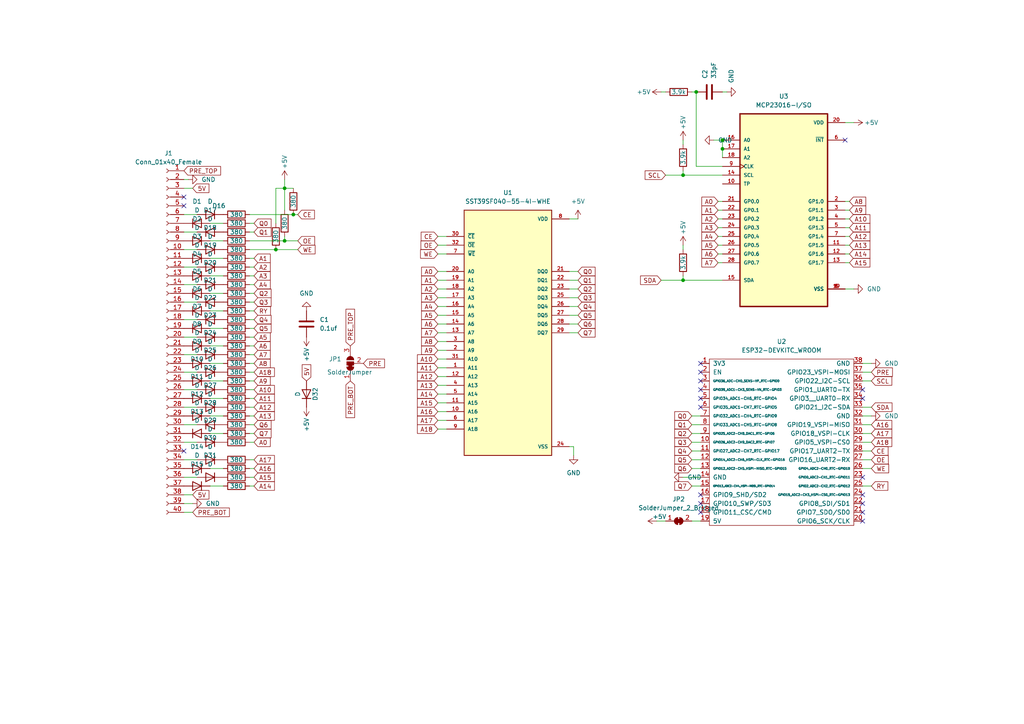
<source format=kicad_sch>
(kicad_sch (version 20211123) (generator eeschema)
  (paper "A4")
  (junction (at 85.09 62.23))
  (junction (at 198.12 50.8))
  (junction (at 198.12 81.28))
  (junction (at 82.55 69.85))
  (junction (at 201.93 26.67))
  (junction (at 209.55 43.18))
  (junction (at 82.55 54.61))
  (junction (at 80.01 72.39))
  (junction (at 209.55 40.64))
  (no_connect (at 245.11 40.64))
  (no_connect (at 250.19 148.59))
  (no_connect (at 250.19 151.13))
  (no_connect (at 250.19 113.03))
  (no_connect (at 250.19 115.57))
  (no_connect (at 203.2 146.05))
  (no_connect (at 203.2 148.59))
  (no_connect (at 203.2 143.51))
  (no_connect (at 203.2 107.95))
  (no_connect (at 203.2 105.41))
  (no_connect (at 250.19 138.43))
  (no_connect (at 250.19 146.05))
  (no_connect (at 53.34 130.81))
  (no_connect (at 250.19 143.51))
  (no_connect (at 203.2 110.49))
  (no_connect (at 203.2 113.03))
  (no_connect (at 203.2 115.57))
  (no_connect (at 203.2 118.11))
  (no_connect (at 53.34 59.69))
  (no_connect (at 53.34 57.15))
  (wire (pts (xy 72.39 62.23) (xy 85.09 62.23)))
  (wire (pts (xy 198.12 49.53) (xy 198.12 50.8)))
  (wire (pts (xy 127 119.38) (xy 129.54 119.38)))
  (wire (pts (xy 53.34 82.55) (xy 57.15 82.55)))
  (wire (pts (xy 209.55 43.18) (xy 209.55 45.72)))
  (wire (pts (xy 72.39 67.31) (xy 73.66 67.31)))
  (wire (pts (xy 72.39 69.85) (xy 82.55 69.85)))
  (wire (pts (xy 82.55 60.96) (xy 82.55 54.61)))
  (wire (pts (xy 53.34 102.87) (xy 57.15 102.87)))
  (wire (pts (xy 53.34 97.79) (xy 57.15 97.79)))
  (wire (pts (xy 72.39 64.77) (xy 73.66 64.77)))
  (wire (pts (xy 60.96 90.17) (xy 64.77 90.17)))
  (wire (pts (xy 72.39 133.35) (xy 73.66 133.35)))
  (wire (pts (xy 60.96 74.93) (xy 64.77 74.93)))
  (wire (pts (xy 53.34 67.31) (xy 57.15 67.31)))
  (wire (pts (xy 246.38 58.42) (xy 245.11 58.42)))
  (wire (pts (xy 200.66 123.19) (xy 203.2 123.19)))
  (wire (pts (xy 246.38 71.12) (xy 245.11 71.12)))
  (wire (pts (xy 191.77 26.67) (xy 193.04 26.67)))
  (wire (pts (xy 80.01 72.39) (xy 86.36 72.39)))
  (wire (pts (xy 82.55 69.85) (xy 86.36 69.85)))
  (wire (pts (xy 60.96 64.77) (xy 64.77 64.77)))
  (wire (pts (xy 127 121.92) (xy 129.54 121.92)))
  (wire (pts (xy 53.34 62.23) (xy 57.15 62.23)))
  (wire (pts (xy 200.66 120.65) (xy 203.2 120.65)))
  (wire (pts (xy 53.34 133.35) (xy 57.15 133.35)))
  (wire (pts (xy 55.88 148.59) (xy 53.34 148.59)))
  (wire (pts (xy 127 86.36) (xy 129.54 86.36)))
  (wire (pts (xy 127 99.06) (xy 129.54 99.06)))
  (wire (pts (xy 200.66 26.67) (xy 201.93 26.67)))
  (wire (pts (xy 250.19 135.89) (xy 252.73 135.89)))
  (wire (pts (xy 208.28 58.42) (xy 209.55 58.42)))
  (wire (pts (xy 200.66 140.97) (xy 203.2 140.97)))
  (wire (pts (xy 165.1 88.9) (xy 167.64 88.9)))
  (wire (pts (xy 72.39 115.57) (xy 73.66 115.57)))
  (wire (pts (xy 200.66 128.27) (xy 203.2 128.27)))
  (wire (pts (xy 165.1 78.74) (xy 167.64 78.74)))
  (wire (pts (xy 72.39 110.49) (xy 73.66 110.49)))
  (wire (pts (xy 127 91.44) (xy 129.54 91.44)))
  (wire (pts (xy 250.19 125.73) (xy 252.73 125.73)))
  (wire (pts (xy 127 93.98) (xy 129.54 93.98)))
  (wire (pts (xy 53.34 54.61) (xy 55.88 54.61)))
  (wire (pts (xy 209.55 26.67) (xy 210.82 26.67)))
  (wire (pts (xy 72.39 74.93) (xy 73.66 74.93)))
  (wire (pts (xy 246.38 63.5) (xy 245.11 63.5)))
  (wire (pts (xy 191.77 81.28) (xy 198.12 81.28)))
  (wire (pts (xy 246.38 60.96) (xy 245.11 60.96)))
  (wire (pts (xy 53.34 146.05) (xy 55.88 146.05)))
  (wire (pts (xy 53.34 143.51) (xy 55.88 143.51)))
  (wire (pts (xy 207.01 40.64) (xy 209.55 40.64)))
  (wire (pts (xy 165.1 96.52) (xy 167.64 96.52)))
  (wire (pts (xy 53.34 87.63) (xy 57.15 87.63)))
  (wire (pts (xy 246.38 68.58) (xy 245.11 68.58)))
  (wire (pts (xy 53.34 77.47) (xy 57.15 77.47)))
  (wire (pts (xy 250.19 133.35) (xy 252.73 133.35)))
  (wire (pts (xy 127 114.3) (xy 129.54 114.3)))
  (wire (pts (xy 250.19 128.27) (xy 252.73 128.27)))
  (wire (pts (xy 82.55 52.07) (xy 82.55 54.61)))
  (wire (pts (xy 250.19 120.65) (xy 252.73 120.65)))
  (wire (pts (xy 72.39 138.43) (xy 73.66 138.43)))
  (wire (pts (xy 53.34 123.19) (xy 57.15 123.19)))
  (wire (pts (xy 60.96 105.41) (xy 64.77 105.41)))
  (wire (pts (xy 165.1 81.28) (xy 167.64 81.28)))
  (wire (pts (xy 60.96 135.89) (xy 64.77 135.89)))
  (wire (pts (xy 190.5 151.13) (xy 193.04 151.13)))
  (wire (pts (xy 72.39 105.41) (xy 73.66 105.41)))
  (wire (pts (xy 72.39 140.97) (xy 73.66 140.97)))
  (wire (pts (xy 60.96 115.57) (xy 64.77 115.57)))
  (wire (pts (xy 72.39 95.25) (xy 73.66 95.25)))
  (wire (pts (xy 165.1 91.44) (xy 167.64 91.44)))
  (wire (pts (xy 53.34 52.07) (xy 54.61 52.07)))
  (wire (pts (xy 245.11 83.82) (xy 247.65 83.82)))
  (wire (pts (xy 127 68.58) (xy 129.54 68.58)))
  (wire (pts (xy 208.28 60.96) (xy 209.55 60.96)))
  (wire (pts (xy 246.38 66.04) (xy 245.11 66.04)))
  (wire (pts (xy 53.34 128.27) (xy 57.15 128.27)))
  (wire (pts (xy 208.28 63.5) (xy 209.55 63.5)))
  (wire (pts (xy 250.19 130.81) (xy 252.73 130.81)))
  (wire (pts (xy 60.96 80.01) (xy 64.77 80.01)))
  (wire (pts (xy 198.12 41.91) (xy 198.12 40.64)))
  (wire (pts (xy 127 109.22) (xy 129.54 109.22)))
  (wire (pts (xy 198.12 80.01) (xy 198.12 81.28)))
  (wire (pts (xy 200.66 151.13) (xy 203.2 151.13)))
  (wire (pts (xy 72.39 82.55) (xy 73.66 82.55)))
  (wire (pts (xy 198.12 81.28) (xy 209.55 81.28)))
  (wire (pts (xy 60.96 125.73) (xy 64.77 125.73)))
  (wire (pts (xy 198.12 50.8) (xy 209.55 50.8)))
  (wire (pts (xy 165.1 86.36) (xy 167.64 86.36)))
  (wire (pts (xy 72.39 123.19) (xy 73.66 123.19)))
  (wire (pts (xy 72.39 92.71) (xy 73.66 92.71)))
  (wire (pts (xy 245.11 35.56) (xy 247.65 35.56)))
  (wire (pts (xy 72.39 80.01) (xy 73.66 80.01)))
  (wire (pts (xy 127 78.74) (xy 129.54 78.74)))
  (wire (pts (xy 72.39 118.11) (xy 73.66 118.11)))
  (wire (pts (xy 72.39 102.87) (xy 73.66 102.87)))
  (wire (pts (xy 246.38 76.2) (xy 245.11 76.2)))
  (wire (pts (xy 127 96.52) (xy 129.54 96.52)))
  (wire (pts (xy 246.38 73.66) (xy 245.11 73.66)))
  (wire (pts (xy 208.28 68.58) (xy 209.55 68.58)))
  (wire (pts (xy 208.28 73.66) (xy 209.55 73.66)))
  (wire (pts (xy 165.1 83.82) (xy 167.64 83.82)))
  (wire (pts (xy 72.39 72.39) (xy 80.01 72.39)))
  (wire (pts (xy 72.39 77.47) (xy 73.66 77.47)))
  (wire (pts (xy 165.1 93.98) (xy 167.64 93.98)))
  (wire (pts (xy 250.19 105.41) (xy 252.73 105.41)))
  (wire (pts (xy 72.39 85.09) (xy 73.66 85.09)))
  (wire (pts (xy 165.1 63.5) (xy 167.64 63.5)))
  (wire (pts (xy 72.39 120.65) (xy 73.66 120.65)))
  (wire (pts (xy 250.19 110.49) (xy 252.73 110.49)))
  (wire (pts (xy 201.93 48.26) (xy 209.55 48.26)))
  (wire (pts (xy 72.39 100.33) (xy 73.66 100.33)))
  (wire (pts (xy 72.39 128.27) (xy 73.66 128.27)))
  (wire (pts (xy 127 83.82) (xy 129.54 83.82)))
  (wire (pts (xy 60.96 120.65) (xy 64.77 120.65)))
  (wire (pts (xy 200.66 125.73) (xy 203.2 125.73)))
  (wire (pts (xy 80.01 64.77) (xy 80.01 54.61)))
  (wire (pts (xy 85.09 62.23) (xy 86.36 62.23)))
  (wire (pts (xy 60.96 69.85) (xy 64.77 69.85)))
  (wire (pts (xy 208.28 66.04) (xy 209.55 66.04)))
  (wire (pts (xy 127 101.6) (xy 129.54 101.6)))
  (wire (pts (xy 208.28 71.12) (xy 209.55 71.12)))
  (wire (pts (xy 53.34 113.03) (xy 57.15 113.03)))
  (wire (pts (xy 201.93 26.67) (xy 201.93 48.26)))
  (wire (pts (xy 250.19 140.97) (xy 252.73 140.97)))
  (wire (pts (xy 60.96 95.25) (xy 64.77 95.25)))
  (wire (pts (xy 60.96 110.49) (xy 64.77 110.49)))
  (wire (pts (xy 127 106.68) (xy 129.54 106.68)))
  (wire (pts (xy 127 111.76) (xy 129.54 111.76)))
  (wire (pts (xy 198.12 138.43) (xy 203.2 138.43)))
  (wire (pts (xy 127 104.14) (xy 129.54 104.14)))
  (wire (pts (xy 72.39 90.17) (xy 73.66 90.17)))
  (wire (pts (xy 198.12 71.12) (xy 198.12 72.39)))
  (wire (pts (xy 60.96 140.97) (xy 64.77 140.97)))
  (wire (pts (xy 200.66 135.89) (xy 203.2 135.89)))
  (wire (pts (xy 53.34 72.39) (xy 57.15 72.39)))
  (wire (pts (xy 72.39 113.03) (xy 73.66 113.03)))
  (wire (pts (xy 60.96 85.09) (xy 64.77 85.09)))
  (wire (pts (xy 166.37 129.54) (xy 165.1 129.54)))
  (wire (pts (xy 200.66 133.35) (xy 203.2 133.35)))
  (wire (pts (xy 80.01 54.61) (xy 82.55 54.61)))
  (wire (pts (xy 82.55 54.61) (xy 85.09 54.61)))
  (wire (pts (xy 127 124.46) (xy 129.54 124.46)))
  (wire (pts (xy 72.39 97.79) (xy 73.66 97.79)))
  (wire (pts (xy 200.66 130.81) (xy 203.2 130.81)))
  (wire (pts (xy 72.39 87.63) (xy 73.66 87.63)))
  (wire (pts (xy 72.39 135.89) (xy 73.66 135.89)))
  (wire (pts (xy 53.34 138.43) (xy 57.15 138.43)))
  (wire (pts (xy 193.04 50.8) (xy 198.12 50.8)))
  (wire (pts (xy 209.55 40.64) (xy 209.55 43.18)))
  (wire (pts (xy 127 71.12) (xy 129.54 71.12)))
  (wire (pts (xy 82.55 68.58) (xy 82.55 69.85)))
  (wire (pts (xy 250.19 123.19) (xy 252.73 123.19)))
  (wire (pts (xy 53.34 92.71) (xy 57.15 92.71)))
  (wire (pts (xy 127 116.84) (xy 129.54 116.84)))
  (wire (pts (xy 208.28 76.2) (xy 209.55 76.2)))
  (wire (pts (xy 250.19 107.95) (xy 252.73 107.95)))
  (wire (pts (xy 53.34 107.95) (xy 57.15 107.95)))
  (wire (pts (xy 127 73.66) (xy 129.54 73.66)))
  (wire (pts (xy 127 88.9) (xy 129.54 88.9)))
  (wire (pts (xy 72.39 107.95) (xy 73.66 107.95)))
  (wire (pts (xy 127 81.28) (xy 129.54 81.28)))
  (wire (pts (xy 166.37 132.08) (xy 166.37 129.54)))
  (wire (pts (xy 60.96 100.33) (xy 64.77 100.33)))
  (wire (pts (xy 53.34 118.11) (xy 57.15 118.11)))
  (wire (pts (xy 250.19 118.11) (xy 252.73 118.11)))
  (wire (pts (xy 72.39 125.73) (xy 73.66 125.73)))
  (global_label "A6" (shape input) (at 127 93.98 180) (property "Intersheet References" "${INTERSHEET_REFS}" (effects hide)))
  (global_label "Q5" (shape input) (at 167.64 91.44 0) (property "Intersheet References" "${INTERSHEET_REFS}" (effects hide)))
  (global_label "A9" (shape input) (at 246.38 60.96 0) (property "Intersheet References" "${INTERSHEET_REFS}" (effects hide)))
  (global_label "Q6" (shape input) (at 200.66 135.89 180) (property "Intersheet References" "${INTERSHEET_REFS}" (effects hide)))
  (global_label "Q5" (shape input) (at 200.66 133.35 180) (property "Intersheet References" "${INTERSHEET_REFS}" (effects hide)))
  (global_label "A5" (shape input) (at 73.66 97.79 0) (property "Intersheet References" "${INTERSHEET_REFS}" (effects hide)))
  (global_label "Q4" (shape input) (at 73.66 92.71 0) (property "Intersheet References" "${INTERSHEET_REFS}" (effects hide)))
  (global_label "A14" (shape input) (at 246.38 73.66 0) (property "Intersheet References" "${INTERSHEET_REFS}" (effects hide)))
  (global_label "A7" (shape input) (at 73.66 102.87 0) (property "Intersheet References" "${INTERSHEET_REFS}" (effects hide)))
  (global_label "A6" (shape input) (at 208.28 73.66 180) (property "Intersheet References" "${INTERSHEET_REFS}" (effects hide)))
  (global_label "Q0" (shape input) (at 73.66 64.77 0) (property "Intersheet References" "${INTERSHEET_REFS}" (effects hide)))
  (global_label "A18" (shape input) (at 252.73 128.27 0) (property "Intersheet References" "${INTERSHEET_REFS}" (effects hide)))
  (global_label "A12" (shape input) (at 73.66 118.11 0) (property "Intersheet References" "${INTERSHEET_REFS}" (effects hide)))
  (global_label "A1" (shape input) (at 208.28 60.96 180) (property "Intersheet References" "${INTERSHEET_REFS}" (effects hide)))
  (global_label "Q6" (shape input) (at 73.66 123.19 0) (property "Intersheet References" "${INTERSHEET_REFS}" (effects hide)))
  (global_label "PRE" (shape input) (at 252.73 107.95 0) (property "Intersheet References" "${INTERSHEET_REFS}" (effects hide)))
  (global_label "A8" (shape input) (at 246.38 58.42 0) (property "Intersheet References" "${INTERSHEET_REFS}" (effects hide)))
  (global_label "PRE_TOP" (shape input) (at 101.6 100.33 90) (property "Intersheet References" "${INTERSHEET_REFS}" (effects hide)))
  (global_label "CE" (shape input) (at 252.73 130.81 0) (property "Intersheet References" "${INTERSHEET_REFS}" (effects hide)))
  (global_label "PRE_BOT" (shape input) (at 55.88 148.59 0) (property "Intersheet References" "${INTERSHEET_REFS}" (effects hide)))
  (global_label "Q7" (shape input) (at 200.66 140.97 180) (property "Intersheet References" "${INTERSHEET_REFS}" (effects hide)))
  (global_label "A5" (shape input) (at 208.28 71.12 180) (property "Intersheet References" "${INTERSHEET_REFS}" (effects hide)))
  (global_label "A16" (shape input) (at 252.73 123.19 0) (property "Intersheet References" "${INTERSHEET_REFS}" (effects hide)))
  (global_label "RY" (shape input) (at 73.66 90.17 0) (property "Intersheet References" "${INTERSHEET_REFS}" (effects hide)))
  (global_label "A17" (shape input) (at 127 121.92 180) (property "Intersheet References" "${INTERSHEET_REFS}" (effects hide)))
  (global_label "A1" (shape input) (at 127 81.28 180) (property "Intersheet References" "${INTERSHEET_REFS}" (effects hide)))
  (global_label "A0" (shape input) (at 127 78.74 180) (property "Intersheet References" "${INTERSHEET_REFS}" (effects hide)))
  (global_label "Q6" (shape input) (at 167.64 93.98 0) (property "Intersheet References" "${INTERSHEET_REFS}" (effects hide)))
  (global_label "OE" (shape input) (at 86.36 69.85 0) (property "Intersheet References" "${INTERSHEET_REFS}" (effects hide)))
  (global_label "A12" (shape input) (at 127 109.22 180) (property "Intersheet References" "${INTERSHEET_REFS}" (effects hide)))
  (global_label "A11" (shape input) (at 246.38 66.04 0) (property "Intersheet References" "${INTERSHEET_REFS}" (effects hide)))
  (global_label "A10" (shape input) (at 73.66 113.03 0) (property "Intersheet References" "${INTERSHEET_REFS}" (effects hide)))
  (global_label "Q0" (shape input) (at 167.64 78.74 0) (property "Intersheet References" "${INTERSHEET_REFS}" (effects hide)))
  (global_label "A13" (shape input) (at 246.38 71.12 0) (property "Intersheet References" "${INTERSHEET_REFS}" (effects hide)))
  (global_label "Q4" (shape input) (at 167.64 88.9 0) (property "Intersheet References" "${INTERSHEET_REFS}" (effects hide)))
  (global_label "Q7" (shape input) (at 167.64 96.52 0) (property "Intersheet References" "${INTERSHEET_REFS}" (effects hide)))
  (global_label "A4" (shape input) (at 208.28 68.58 180) (property "Intersheet References" "${INTERSHEET_REFS}" (effects hide)))
  (global_label "A10" (shape input) (at 246.38 63.5 0) (property "Intersheet References" "${INTERSHEET_REFS}" (effects hide)))
  (global_label "Q1" (shape input) (at 73.66 67.31 0) (property "Intersheet References" "${INTERSHEET_REFS}" (effects hide)))
  (global_label "PRE_BOT" (shape input) (at 101.6 110.49 270) (property "Intersheet References" "${INTERSHEET_REFS}" (effects hide)))
  (global_label "Q1" (shape input) (at 200.66 123.19 180) (property "Intersheet References" "${INTERSHEET_REFS}" (effects hide)))
  (global_label "Q7" (shape input) (at 73.66 125.73 0) (property "Intersheet References" "${INTERSHEET_REFS}" (effects hide)))
  (global_label "Q3" (shape input) (at 200.66 128.27 180) (property "Intersheet References" "${INTERSHEET_REFS}" (effects hide)))
  (global_label "A0" (shape input) (at 73.66 128.27 0) (property "Intersheet References" "${INTERSHEET_REFS}" (effects hide)))
  (global_label "SDA" (shape input) (at 191.77 81.28 180) (property "Intersheet References" "${INTERSHEET_REFS}" (effects hide)))
  (global_label "WE" (shape input) (at 252.73 135.89 0) (property "Intersheet References" "${INTERSHEET_REFS}" (effects hide)))
  (global_label "SCL" (shape input) (at 193.04 50.8 180) (property "Intersheet References" "${INTERSHEET_REFS}" (effects hide)))
  (global_label "WE" (shape input) (at 127 73.66 180) (property "Intersheet References" "${INTERSHEET_REFS}" (effects hide)))
  (global_label "A15" (shape input) (at 246.38 76.2 0) (property "Intersheet References" "${INTERSHEET_REFS}" (effects hide)))
  (global_label "A3" (shape input) (at 127 86.36 180) (property "Intersheet References" "${INTERSHEET_REFS}" (effects hide)))
  (global_label "A4" (shape input) (at 73.66 82.55 0) (property "Intersheet References" "${INTERSHEET_REFS}" (effects hide)))
  (global_label "A9" (shape input) (at 73.66 110.49 0) (property "Intersheet References" "${INTERSHEET_REFS}" (effects hide)))
  (global_label "A4" (shape input) (at 127 88.9 180) (property "Intersheet References" "${INTERSHEET_REFS}" (effects hide)))
  (global_label "A11" (shape input) (at 127 106.68 180) (property "Intersheet References" "${INTERSHEET_REFS}" (effects hide)))
  (global_label "Q2" (shape input) (at 200.66 125.73 180) (property "Intersheet References" "${INTERSHEET_REFS}" (effects hide)))
  (global_label "A15" (shape input) (at 127 116.84 180) (property "Intersheet References" "${INTERSHEET_REFS}" (effects hide)))
  (global_label "Q3" (shape input) (at 73.66 87.63 0) (property "Intersheet References" "${INTERSHEET_REFS}" (effects hide)))
  (global_label "PRE_TOP" (shape input) (at 53.34 49.53 0) (property "Intersheet References" "${INTERSHEET_REFS}" (effects hide)))
  (global_label "A7" (shape input) (at 208.28 76.2 180) (property "Intersheet References" "${INTERSHEET_REFS}" (effects hide)))
  (global_label "A17" (shape input) (at 252.73 125.73 0) (property "Intersheet References" "${INTERSHEET_REFS}" (effects hide)))
  (global_label "A18" (shape input) (at 73.66 107.95 0) (property "Intersheet References" "${INTERSHEET_REFS}" (effects hide)))
  (global_label "RY" (shape input) (at 252.73 140.97 0) (property "Intersheet References" "${INTERSHEET_REFS}" (effects hide)))
  (global_label "A13" (shape input) (at 73.66 120.65 0) (property "Intersheet References" "${INTERSHEET_REFS}" (effects hide)))
  (global_label "Q5" (shape input) (at 73.66 95.25 0) (property "Intersheet References" "${INTERSHEET_REFS}" (effects hide)))
  (global_label "A0" (shape input) (at 208.28 58.42 180) (property "Intersheet References" "${INTERSHEET_REFS}" (effects hide)))
  (global_label "A2" (shape input) (at 73.66 77.47 0) (property "Intersheet References" "${INTERSHEET_REFS}" (effects hide)))
  (global_label "CE" (shape input) (at 127 68.58 180) (property "Intersheet References" "${INTERSHEET_REFS}" (effects hide)))
  (global_label "WE" (shape input) (at 86.36 72.39 0) (property "Intersheet References" "${INTERSHEET_REFS}" (effects hide)))
  (global_label "Q4" (shape input) (at 200.66 130.81 180) (property "Intersheet References" "${INTERSHEET_REFS}" (effects hide)))
  (global_label "Q2" (shape input) (at 167.64 83.82 0) (property "Intersheet References" "${INTERSHEET_REFS}" (effects hide)))
  (global_label "A1" (shape input) (at 73.66 74.93 0) (property "Intersheet References" "${INTERSHEET_REFS}" (effects hide)))
  (global_label "A18" (shape input) (at 127 124.46 180) (property "Intersheet References" "${INTERSHEET_REFS}" (effects hide)))
  (global_label "A2" (shape input) (at 208.28 63.5 180) (property "Intersheet References" "${INTERSHEET_REFS}" (effects hide)))
  (global_label "A8" (shape input) (at 127 99.06 180) (property "Intersheet References" "${INTERSHEET_REFS}" (effects hide)))
  (global_label "A17" (shape input) (at 73.66 133.35 0) (property "Intersheet References" "${INTERSHEET_REFS}" (effects hide)))
  (global_label "OE" (shape input) (at 127 71.12 180) (property "Intersheet References" "${INTERSHEET_REFS}" (effects hide)))
  (global_label "SDA" (shape input) (at 252.73 118.11 0) (property "Intersheet References" "${INTERSHEET_REFS}" (effects hide)))
  (global_label "A3" (shape input) (at 73.66 80.01 0) (property "Intersheet References" "${INTERSHEET_REFS}" (effects hide)))
  (global_label "OE" (shape input) (at 252.73 133.35 0) (property "Intersheet References" "${INTERSHEET_REFS}" (effects hide)))
  (global_label "Q2" (shape input) (at 73.66 85.09 0) (property "Intersheet References" "${INTERSHEET_REFS}" (effects hide)))
  (global_label "A6" (shape input) (at 73.66 100.33 0) (property "Intersheet References" "${INTERSHEET_REFS}" (effects hide)))
  (global_label "A10" (shape input) (at 127 104.14 180) (property "Intersheet References" "${INTERSHEET_REFS}" (effects hide)))
  (global_label "5V" (shape input) (at 55.88 54.61 0) (property "Intersheet References" "${INTERSHEET_REFS}" (effects hide)))
  (global_label "Q1" (shape input) (at 167.64 81.28 0) (property "Intersheet References" "${INTERSHEET_REFS}" (effects hide)))
  (global_label "A2" (shape input) (at 127 83.82 180) (property "Intersheet References" "${INTERSHEET_REFS}" (effects hide)))
  (global_label "A12" (shape input) (at 246.38 68.58 0) (property "Intersheet References" "${INTERSHEET_REFS}" (effects hide)))
  (global_label "A16" (shape input) (at 73.66 135.89 0) (property "Intersheet References" "${INTERSHEET_REFS}" (effects hide)))
  (global_label "5V" (shape input) (at 55.88 143.51 0) (property "Intersheet References" "${INTERSHEET_REFS}" (effects hide)))
  (global_label "A14" (shape input) (at 73.66 140.97 0) (property "Intersheet References" "${INTERSHEET_REFS}" (effects hide)))
  (global_label "A16" (shape input) (at 127 119.38 180) (property "Intersheet References" "${INTERSHEET_REFS}" (effects hide)))
  (global_label "Q0" (shape input) (at 200.66 120.65 180) (property "Intersheet References" "${INTERSHEET_REFS}" (effects hide)))
  (global_label "A7" (shape input) (at 127 96.52 180) (property "Intersheet References" "${INTERSHEET_REFS}" (effects hide)))
  (global_label "A11" (shape input) (at 73.66 115.57 0) (property "Intersheet References" "${INTERSHEET_REFS}" (effects hide)))
  (global_label "A14" (shape input) (at 127 114.3 180) (property "Intersheet References" "${INTERSHEET_REFS}" (effects hide)))
  (global_label "PRE" (shape input) (at 105.41 105.41 0) (property "Intersheet References" "${INTERSHEET_REFS}" (effects hide)))
  (global_label "A8" (shape input) (at 73.66 105.41 0) (property "Intersheet References" "${INTERSHEET_REFS}" (effects hide)))
  (global_label "SCL" (shape input) (at 252.73 110.49 0) (property "Intersheet References" "${INTERSHEET_REFS}" (effects hide)))
  (global_label "Q3" (shape input) (at 167.64 86.36 0) (property "Intersheet References" "${INTERSHEET_REFS}" (effects hide)))
  (global_label "5V" (shape input) (at 88.9 110.49 90) (property "Intersheet References" "${INTERSHEET_REFS}" (effects hide)))
  (global_label "CE" (shape input) (at 86.36 62.23 0) (property "Intersheet References" "${INTERSHEET_REFS}" (effects hide)))
  (global_label "A15" (shape input) (at 73.66 138.43 0) (property "Intersheet References" "${INTERSHEET_REFS}" (effects hide)))
  (global_label "A9" (shape input) (at 127 101.6 180) (property "Intersheet References" "${INTERSHEET_REFS}" (effects hide)))
  (global_label "A13" (shape input) (at 127 111.76 180) (property "Intersheet References" "${INTERSHEET_REFS}" (effects hide)))
  (global_label "A5" (shape input) (at 127 91.44 180) (property "Intersheet References" "${INTERSHEET_REFS}" (effects hide)))
  (global_label "A3" (shape input) (at 208.28 66.04 180) (property "Intersheet References" "${INTERSHEET_REFS}" (effects hide)))
  (symbol (lib_id "Device:D") (at 60.96 123.19 0) (unit 1)
    (property "Reference" "D28" (at 60.96 116.84 0))
    (property "Value" "D" (at 60.96 119.38 0))
    (property "Footprint" "Diode_SMD:D_SOD-323_HandSoldering" (effects hide))
  )
  (symbol (lib_id "Device:D") (at 60.96 133.35 180) (unit 1)
    (property "Reference" "D30" (at 60.96 127 0))
    (property "Value" "D" (at 60.96 129.54 0))
    (property "Footprint" "Diode_SMD:D_SOD-323_HandSoldering" (effects hide))
  )
  (symbol (lib_id "Device:R") (at 68.58 110.49 90) (mirror x) (unit 1)
    (property "Reference" "R20" (effects hide))
    (property "Value" "380" (at 68.58 110.49 90))
    (property "Footprint" "Resistor_SMD:R_0603_1608Metric_Pad0.98x0.95mm_HandSolder" (effects hide))
  )
  (symbol (lib_id "Device:D") (at 60.96 87.63 0) (unit 1)
    (property "Reference" "D21" (at 60.96 81.28 0))
    (property "Value" "D" (at 60.96 83.82 0))
    (property "Footprint" "Diode_SMD:D_SOD-323_HandSoldering" (effects hide))
  )
  (symbol (lib_name "R_2") (lib_id "Device:R") (at 198.12 76.2 0) (mirror x) (unit 1)
    (property "Reference" "R37" (effects hide))
    (property "Value" "3.9k" (at 198.12 76.2 90))
    (property "Footprint" "Resistor_SMD:R_0603_1608Metric_Pad0.98x0.95mm_HandSolder" (effects hide))
  )
  (symbol (lib_id "Device:D") (at 60.96 118.11 180) (unit 1)
    (property "Reference" "D27" (at 60.96 111.76 0))
    (property "Value" "D" (at 60.96 114.3 0))
    (property "Footprint" "Diode_SMD:D_SOD-323_HandSoldering" (effects hide))
  )
  (symbol (lib_id "Device:R") (at 68.58 92.71 90) (mirror x) (unit 1)
    (property "Reference" "R13" (effects hide))
    (property "Value" "380" (at 68.58 92.71 90))
    (property "Footprint" "Resistor_SMD:R_0603_1608Metric_Pad0.98x0.95mm_HandSolder" (effects hide))
  )
  (symbol (lib_id "Device:D") (at 57.15 100.33 180) (unit 1)
    (property "Reference" "D8" (at 57.15 93.98 0))
    (property "Value" "D" (at 57.15 96.52 0))
    (property "Footprint" "Diode_SMD:D_SOD-323_HandSoldering" (effects hide))
  )
  (symbol (lib_id "Device:D") (at 60.96 102.87 180) (unit 1)
    (property "Reference" "D24" (at 60.96 96.52 0))
    (property "Value" "D" (at 60.96 99.06 0))
    (property "Footprint" "Diode_SMD:D_SOD-323_HandSoldering" (effects hide))
  )
  (symbol (lib_id "Device:D") (at 60.96 97.79 180) (unit 1)
    (property "Reference" "D23" (at 60.96 91.44 0))
    (property "Value" "D" (at 60.96 93.98 0))
    (property "Footprint" "Diode_SMD:D_SOD-323_HandSoldering" (effects hide))
  )
  (symbol (lib_id "Device:R") (at 68.58 77.47 90) (mirror x) (unit 1)
    (property "Reference" "R7" (effects hide))
    (property "Value" "380" (at 68.58 77.47 90))
    (property "Footprint" "Resistor_SMD:R_0603_1608Metric_Pad0.98x0.95mm_HandSolder" (effects hide))
  )
  (symbol (lib_id "Device:R") (at 68.58 90.17 90) (mirror x) (unit 1)
    (property "Reference" "R12" (effects hide))
    (property "Value" "380" (at 68.58 90.17 90))
    (property "Footprint" "Resistor_SMD:R_0603_1608Metric_Pad0.98x0.95mm_HandSolder" (effects hide))
  )
  (symbol (lib_id "Device:D") (at 57.15 125.73 0) (unit 1)
    (property "Reference" "D13" (at 57.15 119.38 0))
    (property "Value" "D" (at 57.15 121.92 0))
    (property "Footprint" "Diode_SMD:D_SOD-323_HandSoldering" (effects hide))
  )
  (symbol (lib_name "R_2") (lib_id "Device:R") (at 196.85 26.67 270) (mirror x) (unit 1)
    (property "Reference" "R35" (effects hide))
    (property "Value" "3.9k" (at 196.85 26.67 90))
    (property "Footprint" "Resistor_SMD:R_0603_1608Metric_Pad0.98x0.95mm_HandSolder" (effects hide))
  )
  (symbol (lib_id "power:GND") (at 54.61 52.07 90) (unit 1)
    (property "Reference" "#PWR0107" (effects hide))
    (property "Value" "GND" (at 58.42 52.0699 90) (effects (justify right)))
  )
  (symbol (lib_id "Device:R") (at 82.55 64.77 0) (mirror x) (unit 1)
    (property "Reference" "R33" (effects hide))
    (property "Value" "380" (at 82.55 64.77 90))
    (property "Footprint" "Resistor_SMD:R_0603_1608Metric_Pad0.98x0.95mm_HandSolder" (effects hide))
  )
  (symbol (lib_id "power:+5V") (at 88.9 97.79 180) (unit 1)
    (property "Reference" "#PWR0111" (effects hide))
    (property "Value" "+5V" (at 88.9 102.87 90))
  )
  (symbol (lib_id "Jumper:SolderJumper_2_Bridged") (at 196.85 151.13 0) (unit 1)
    (property "Reference" "JP2" (at 196.85 144.78 0))
    (property "Value" "SolderJumper_2_Bridged" (at 196.85 147.32 0))
    (property "Footprint" "Jumper:SolderJumper-2_P1.3mm_Bridged_RoundedPad1.0x1.5mm" (effects hide))
  )
  (symbol (lib_id "Device:R") (at 68.58 115.57 90) (mirror x) (unit 1)
    (property "Reference" "R22" (effects hide))
    (property "Value" "380" (at 68.58 115.57 90))
    (property "Footprint" "Resistor_SMD:R_0603_1608Metric_Pad0.98x0.95mm_HandSolder" (effects hide))
  )
  (symbol (lib_id "Device:D") (at 57.15 105.41 180) (unit 1)
    (property "Reference" "D9" (at 57.15 99.06 0))
    (property "Value" "D" (at 57.15 101.6 0))
    (property "Footprint" "Diode_SMD:D_SOD-323_HandSoldering" (effects hide))
  )
  (symbol (lib_id "Device:R") (at 68.58 107.95 90) (mirror x) (unit 1)
    (property "Reference" "R19" (effects hide))
    (property "Value" "380" (at 68.58 107.95 90))
    (property "Footprint" "Resistor_SMD:R_0603_1608Metric_Pad0.98x0.95mm_HandSolder" (effects hide))
  )
  (symbol (lib_id "power:+5V") (at 82.55 52.07 0) (unit 1)
    (property "Reference" "#PWR0113" (effects hide))
    (property "Value" "+5V" (at 82.55 46.99 90))
  )
  (symbol (lib_id "Device:D") (at 57.15 135.89 180) (unit 1)
    (property "Reference" "D14" (at 57.15 129.54 0))
    (property "Value" "D" (at 57.15 132.08 0))
    (property "Footprint" "Diode_SMD:D_SOD-323_HandSoldering" (effects hide))
  )
  (symbol (lib_id "Device:R") (at 68.58 97.79 90) (mirror x) (unit 1)
    (property "Reference" "R15" (effects hide))
    (property "Value" "380" (at 68.58 97.79 90))
    (property "Footprint" "Resistor_SMD:R_0603_1608Metric_Pad0.98x0.95mm_HandSolder" (effects hide))
  )
  (symbol (lib_id "Device:D") (at 60.96 77.47 180) (unit 1)
    (property "Reference" "D19" (at 60.96 71.12 0))
    (property "Value" "D" (at 60.96 73.66 0))
    (property "Footprint" "Diode_SMD:D_SOD-323_HandSoldering" (effects hide))
  )
  (symbol (lib_id "Device:D") (at 60.96 82.55 180) (unit 1)
    (property "Reference" "D20" (at 60.96 76.2 0))
    (property "Value" "D" (at 60.96 78.74 0))
    (property "Footprint" "Diode_SMD:D_SOD-323_HandSoldering" (effects hide))
  )
  (symbol (lib_id "Device:R") (at 68.58 138.43 90) (mirror x) (unit 1)
    (property "Reference" "R30" (effects hide))
    (property "Value" "380" (at 68.58 138.43 90))
    (property "Footprint" "Resistor_SMD:R_0603_1608Metric_Pad0.98x0.95mm_HandSolder" (effects hide))
  )
  (symbol (lib_id "Device:D") (at 57.15 80.01 180) (unit 1)
    (property "Reference" "D4" (at 57.15 73.66 0))
    (property "Value" "D" (at 57.15 76.2 0))
    (property "Footprint" "Diode_SMD:D_SOD-323_HandSoldering" (effects hide))
  )
  (symbol (lib_id "Device:D") (at 57.15 110.49 180) (unit 1)
    (property "Reference" "D10" (at 57.15 104.14 0))
    (property "Value" "D" (at 57.15 106.68 0))
    (property "Footprint" "Diode_SMD:D_SOD-323_HandSoldering" (effects hide))
  )
  (symbol (lib_id "power:GND") (at 55.88 146.05 90) (unit 1)
    (property "Reference" "#PWR0105" (effects hide))
    (property "Value" "GND" (at 59.69 146.0499 90) (effects (justify right)))
  )
  (symbol (lib_id "Device:D") (at 60.96 138.43 180) (unit 1)
    (property "Reference" "D31" (at 60.96 132.08 0))
    (property "Value" "D" (at 60.96 134.62 0))
    (property "Footprint" "Diode_SMD:D_SOD-323_HandSoldering" (effects hide))
  )
  (symbol (lib_id "Jumper:SolderJumper_3_Bridged12") (at 101.6 105.41 90) (unit 1)
    (property "Reference" "JP1" (at 99.06 104.1399 90) (effects (justify left)))
    (property "Value" "SolderJumper" (at 107.95 107.95 90) (effects (justify left)))
    (property "Footprint" "Jumper:SolderJumper-3_P1.3mm_Bridged12_Pad1.0x1.5mm" (effects hide))
  )
  (symbol (lib_id "power:GND") (at 247.65 83.82 90) (unit 1)
    (property "Reference" "#PWR0118" (effects hide))
    (property "Value" "GND" (at 251.46 83.8199 90) (effects (justify right)))
  )
  (symbol (lib_id "Device:R") (at 68.58 95.25 90) (mirror x) (unit 1)
    (property "Reference" "R14" (effects hide))
    (property "Value" "380" (at 68.58 95.25 90))
    (property "Footprint" "Resistor_SMD:R_0603_1608Metric_Pad0.98x0.95mm_HandSolder" (effects hide))
  )
  (symbol (lib_id "Device:D") (at 57.15 64.77 0) (unit 1)
    (property "Reference" "D1" (at 57.15 58.42 0))
    (property "Value" "D" (at 57.15 60.96 0))
    (property "Footprint" "Diode_SMD:D_SOD-323_HandSoldering" (effects hide))
  )
  (symbol (lib_id "Device:D") (at 57.15 85.09 0) (unit 1)
    (property "Reference" "D5" (at 57.15 78.74 0))
    (property "Value" "D" (at 57.15 81.28 0))
    (property "Footprint" "Diode_SMD:D_SOD-323_HandSoldering" (effects hide))
  )
  (symbol (lib_id "Device:D") (at 57.15 115.57 180) (unit 1)
    (property "Reference" "D11" (at 57.15 109.22 0))
    (property "Value" "D" (at 57.15 111.76 0))
    (property "Footprint" "Diode_SMD:D_SOD-323_HandSoldering" (effects hide))
  )
  (symbol (lib_name "R_2") (lib_id "Device:R") (at 80.01 68.58 0) (mirror x) (unit 1)
    (property "Reference" "R32" (effects hide))
    (property "Value" "380" (at 80.01 68.58 90))
    (property "Footprint" "Resistor_SMD:R_0603_1608Metric_Pad0.98x0.95mm_HandSolder" (effects hide))
  )
  (symbol (lib_id "power:+5V") (at 191.77 26.67 90) (unit 1)
    (property "Reference" "#PWR0114" (effects hide))
    (property "Value" "+5V" (at 186.69 26.67 90))
  )
  (symbol (lib_id "power:GND") (at 252.73 120.65 90) (unit 1)
    (property "Reference" "#PWR0109" (effects hide))
    (property "Value" "GND" (at 256.54 120.6499 90) (effects (justify right)))
  )
  (symbol (lib_id "Device:R") (at 68.58 128.27 90) (mirror x) (unit 1)
    (property "Reference" "R27" (effects hide))
    (property "Value" "380" (at 68.58 128.27 90))
    (property "Footprint" "Resistor_SMD:R_0603_1608Metric_Pad0.98x0.95mm_HandSolder" (effects hide))
  )
  (symbol (lib_id "Device:R") (at 68.58 82.55 90) (mirror x) (unit 1)
    (property "Reference" "R9" (effects hide))
    (property "Value" "380" (at 68.58 82.55 90))
    (property "Footprint" "Resistor_SMD:R_0603_1608Metric_Pad0.98x0.95mm_HandSolder" (effects hide))
  )
  (symbol (lib_id "power:+5V") (at 247.65 35.56 270) (unit 1)
    (property "Reference" "#PWR0117" (effects hide))
    (property "Value" "+5V" (at 252.73 35.56 90))
  )
  (symbol (lib_name "R_2") (lib_id "Device:R") (at 198.12 45.72 0) (mirror x) (unit 1)
    (property "Reference" "R36" (effects hide))
    (property "Value" "3.9k" (at 198.12 45.72 90))
    (property "Footprint" "Resistor_SMD:R_0603_1608Metric_Pad0.98x0.95mm_HandSolder" (effects hide))
  )
  (symbol (lib_id "power:+5V") (at 88.9 118.11 180) (unit 1)
    (property "Reference" "#PWR0106" (effects hide))
    (property "Value" "+5V" (at 88.9 123.19 90))
  )
  (symbol (lib_id "Device:D") (at 60.96 67.31 0) (unit 1)
    (property "Reference" "D17" (at 60.96 60.96 0))
    (property "Value" "D" (at 60.96 63.5 0))
    (property "Footprint" "Diode_SMD:D_SOD-323_HandSoldering" (effects hide))
  )
  (symbol (lib_id "power:GND") (at 198.12 138.43 270) (unit 1)
    (property "Reference" "#PWR0103" (effects hide))
    (property "Value" "GND" (at 199.39 138.4299 90) (effects (justify left)))
  )
  (symbol (lib_id "power:GND") (at 207.01 40.64 270) (unit 1)
    (property "Reference" "#PWR0116" (effects hide))
    (property "Value" "GND" (at 208.28 40.6399 90) (effects (justify left)))
  )
  (symbol (lib_id "power:+5V") (at 167.64 63.5 0) (unit 1)
    (property "Reference" "#PWR0102" (effects hide))
    (property "Value" "+5V" (at 167.64 58.42 0))
  )
  (symbol (lib_id "Device:D") (at 60.96 72.39 180) (unit 1)
    (property "Reference" "D18" (at 60.96 66.04 0))
    (property "Value" "D" (at 60.96 68.58 0))
    (property "Footprint" "Diode_SMD:D_SOD-323_HandSoldering" (effects hide))
  )
  (symbol (lib_id "Device:D") (at 57.15 120.65 180) (unit 1)
    (property "Reference" "D12" (at 57.15 114.3 0))
    (property "Value" "D" (at 57.15 116.84 0))
    (property "Footprint" "Diode_SMD:D_SOD-323_HandSoldering" (effects hide))
  )
  (symbol (lib_id "Device:R") (at 68.58 69.85 90) (mirror x) (unit 1)
    (property "Reference" "R4" (effects hide))
    (property "Value" "380" (at 68.58 69.85 90))
    (property "Footprint" "Resistor_SMD:R_0603_1608Metric_Pad0.98x0.95mm_HandSolder" (effects hide))
  )
  (symbol (lib_id "Device:R") (at 68.58 100.33 90) (mirror x) (unit 1)
    (property "Reference" "R16" (effects hide))
    (property "Value" "380" (at 68.58 100.33 90))
    (property "Footprint" "Resistor_SMD:R_0603_1608Metric_Pad0.98x0.95mm_HandSolder" (effects hide))
  )
  (symbol (lib_id "Device:D") (at 60.96 107.95 180) (unit 1)
    (property "Reference" "D25" (at 60.96 101.6 0))
    (property "Value" "D" (at 60.96 104.14 0))
    (property "Footprint" "Diode_SMD:D_SOD-323_HandSoldering" (effects hide))
  )
  (symbol (lib_id "power:GND") (at 88.9 90.17 180) (unit 1)
    (property "Reference" "#PWR0112" (effects hide))
    (property "Value" "GND" (at 88.9 85.09 0))
  )
  (symbol (lib_id "Device:R") (at 68.58 140.97 90) (mirror x) (unit 1)
    (property "Reference" "R31" (effects hide))
    (property "Value" "380" (at 68.58 140.97 90))
    (property "Footprint" "Resistor_SMD:R_0603_1608Metric_Pad0.98x0.95mm_HandSolder" (effects hide))
  )
  (symbol (lib_name "R_1") (lib_id "Device:R") (at 68.58 113.03 90) (mirror x) (unit 1)
    (property "Reference" "R21" (effects hide))
    (property "Value" "380" (at 68.58 113.03 90))
    (property "Footprint" "Resistor_SMD:R_0603_1608Metric_Pad0.98x0.95mm_HandSolder" (effects hide))
  )
  (symbol (lib_id "power:+5V") (at 198.12 40.64 0) (unit 1)
    (property "Reference" "#PWR0108" (effects hide))
    (property "Value" "+5V" (at 198.12 35.56 90))
  )
  (symbol (lib_id "power:GND") (at 252.73 105.41 90) (unit 1)
    (property "Reference" "#PWR0110" (effects hide))
    (property "Value" "GND" (at 256.54 105.4099 90) (effects (justify right)))
  )
  (symbol (lib_id "Device:C") (at 205.74 26.67 90) (unit 1)
    (property "Reference" "C2" (at 204.4699 22.86 0) (effects (justify left)))
    (property "Value" "33pF" (at 207.0099 22.86 0) (effects (justify left)))
    (property "Footprint" "Capacitor_SMD:C_0603_1608Metric_Pad1.08x0.95mm_HandSolder" (effects hide))
  )
  (symbol (lib_id "esp32-wroom:ESP32-DEVKITC_WROOM") (at 227.33 115.57 0) (unit 1)
    (property "Reference" "U2" (at 226.695 99.06 0))
    (property "Value" "ESP32-DEVKITC_WROOM" (at 226.695 101.6 0))
    (property "Footprint" "doit-esp32-devkit-kicad-master:ESP32-DOIT-DEVKIT" (effects hide))
  )
  (symbol (lib_id "SST39SF040-55-4I-WHE:SST39SF040-55-4I-WHE") (at 147.32 96.52 0) (unit 1)
    (property "Reference" "U1" (at 147.32 55.88 0))
    (property "Value" "SST39SF040-55-4I-WHE" (at 147.32 58.42 0))
    (property "Footprint" "SOP50P1400X120-32N" (effects hide))
    (property "MAXIMUM_PACKAGE_HEIGHT" "1.2 mm" (effects hide))
    (property "STANDARD" "IPC 7351B" (effects hide))
    (property "PARTREV" "C" (effects hide))
    (property "MANUFACTURER" "Microchip Technology" (effects hide))
  )
  (symbol (lib_id "Device:C") (at 88.9 93.98 0) (unit 1)
    (property "Reference" "C1" (at 92.71 92.7099 0) (effects (justify left)))
    (property "Value" "0.1uf" (at 92.71 95.2499 0) (effects (justify left)))
    (property "Footprint" "Capacitor_SMD:C_0603_1608Metric_Pad1.08x0.95mm_HandSolder" (effects hide))
  )
  (symbol (lib_id "Device:D") (at 57.15 90.17 0) (unit 1)
    (property "Reference" "D6" (at 57.15 83.82 0))
    (property "Value" "D" (at 57.15 86.36 0))
    (property "Footprint" "Diode_SMD:D_SOD-323_HandSoldering" (effects hide))
  )
  (symbol (lib_id "Device:D") (at 60.96 128.27 180) (unit 1)
    (property "Reference" "D29" (at 60.96 121.92 0))
    (property "Value" "D" (at 60.96 124.46 0))
    (property "Footprint" "Diode_SMD:D_SOD-323_HandSoldering" (effects hide))
  )
  (symbol (lib_id "Device:D") (at 60.96 92.71 0) (unit 1)
    (property "Reference" "D22" (at 60.96 86.36 0))
    (property "Value" "D" (at 60.96 88.9 0))
    (property "Footprint" "Diode_SMD:D_SOD-323_HandSoldering" (effects hide))
  )
  (symbol (lib_id "Device:D") (at 57.15 140.97 180) (unit 1)
    (property "Reference" "D15" (at 57.15 134.62 0))
    (property "Value" "D" (at 57.15 137.16 0))
    (property "Footprint" "Diode_SMD:D_SOD-323_HandSoldering" (effects hide))
  )
  (symbol (lib_id "Device:R") (at 68.58 118.11 90) (mirror x) (unit 1)
    (property "Reference" "R23" (effects hide))
    (property "Value" "380" (at 68.58 118.11 90))
    (property "Footprint" "Resistor_SMD:R_0603_1608Metric_Pad0.98x0.95mm_HandSolder" (effects hide))
  )
  (symbol (lib_id "power:GND") (at 166.37 132.08 0) (unit 1)
    (property "Reference" "#PWR0101" (effects hide))
    (property "Value" "GND" (at 166.37 137.16 0))
  )
  (symbol (lib_id "power:GND") (at 210.82 26.67 90) (unit 1)
    (property "Reference" "#PWR0115" (effects hide))
    (property "Value" "GND" (at 212.0899 24.13 0) (effects (justify left)))
  )
  (symbol (lib_id "Connector:Conn_01x40_Female") (at 48.26 97.79 0) (mirror y) (unit 1)
    (property "Reference" "J1" (at 48.895 44.45 0))
    (property "Value" "Conn_01x40_Female" (at 48.895 46.99 0))
    (property "Footprint" "doit-esp32-devkit-kicad-master:PinHeader_1x40_SMD" (effects hide))
  )
  (symbol (lib_id "Device:D") (at 88.9 114.3 90) (unit 1)
    (property "Reference" "D32" (at 91.44 114.3 0))
    (property "Value" "D" (at 86.36 114.3 0))
    (property "Footprint" "Diode_SMD:D_SOD-323_HandSoldering" (effects hide))
  )
  (symbol (lib_id "mcp23016:MCP23016-I{slash}SO") (at 227.33 60.96 0) (unit 1)
    (property "Reference" "U3" (at 227.33 27.94 0))
    (property "Value" "MCP23016-I/SO" (at 227.33 30.48 0))
    (property "Footprint" "mcp23016:SOIC127P1030X265-28N" (effects hide))
  )
  (symbol (lib_id "Device:D") (at 57.15 69.85 180) (unit 1)
    (property "Reference" "D2" (at 57.15 63.5 0))
    (property "Value" "D" (at 57.15 66.04 0))
    (property "Footprint" "Diode_SMD:D_SOD-323_HandSoldering" (effects hide))
  )
  (symbol (lib_id "Device:R") (at 68.58 123.19 90) (mirror x) (unit 1)
    (property "Reference" "R25" (effects hide))
    (property "Value" "380" (at 68.58 123.19 90))
    (property "Footprint" "Resistor_SMD:R_0603_1608Metric_Pad0.98x0.95mm_HandSolder" (effects hide))
  )
  (symbol (lib_id "Device:D") (at 60.96 113.03 180) (unit 1)
    (property "Reference" "D26" (at 60.96 106.68 0))
    (property "Value" "D" (at 60.96 109.22 0))
    (property "Footprint" "Diode_SMD:D_SOD-323_HandSoldering" (effects hide))
  )
  (symbol (lib_id "Device:R") (at 68.58 120.65 90) (mirror x) (unit 1)
    (property "Reference" "R24" (effects hide))
    (property "Value" "380" (at 68.58 120.65 90))
    (property "Footprint" "Resistor_SMD:R_0603_1608Metric_Pad0.98x0.95mm_HandSolder" (effects hide))
  )
  (symbol (lib_id "Device:D") (at 60.96 62.23 180) (unit 1)
    (property "Reference" "D16" (at 63.5 59.69 0))
    (property "Value" "D" (at 60.96 58.42 0))
    (property "Footprint" "Diode_SMD:D_SOD-323_HandSoldering" (effects hide))
  )
  (symbol (lib_id "Device:R") (at 68.58 133.35 90) (mirror x) (unit 1)
    (property "Reference" "R28" (effects hide))
    (property "Value" "380" (at 68.58 133.35 90))
    (property "Footprint" "Resistor_SMD:R_0603_1608Metric_Pad0.98x0.95mm_HandSolder" (effects hide))
  )
  (symbol (lib_id "Device:D") (at 57.15 95.25 0) (unit 1)
    (property "Reference" "D7" (at 57.15 88.9 0))
    (property "Value" "D" (at 57.15 91.44 0))
    (property "Footprint" "Diode_SMD:D_SOD-323_HandSoldering" (effects hide))
  )
  (symbol (lib_id "Device:D") (at 57.15 74.93 180) (unit 1)
    (property "Reference" "D3" (at 57.15 68.58 0))
    (property "Value" "D" (at 57.15 71.12 0))
    (property "Footprint" "Diode_SMD:D_SOD-323_HandSoldering" (effects hide))
  )
  (symbol (lib_id "Device:R") (at 68.58 105.41 90) (mirror x) (unit 1)
    (property "Reference" "R18" (effects hide))
    (property "Value" "380" (at 68.58 105.41 90))
    (property "Footprint" "Resistor_SMD:R_0603_1608Metric_Pad0.98x0.95mm_HandSolder" (effects hide))
  )
  (symbol (lib_id "Device:R") (at 68.58 135.89 90) (mirror x) (unit 1)
    (property "Reference" "R29" (effects hide))
    (property "Value" "380" (at 68.58 135.89 90))
    (property "Footprint" "Resistor_SMD:R_0603_1608Metric_Pad0.98x0.95mm_HandSolder" (effects hide))
  )
  (symbol (lib_id "power:+5V") (at 190.5 151.13 90) (unit 1)
    (property "Reference" "#PWR0104" (effects hide))
    (property "Value" "+5V" (at 189.23 149.86 90) (effects (justify right)))
  )
  (symbol (lib_id "Device:R") (at 68.58 125.73 90) (mirror x) (unit 1)
    (property "Reference" "R26" (effects hide))
    (property "Value" "380" (at 68.58 125.73 90))
    (property "Footprint" "Resistor_SMD:R_0603_1608Metric_Pad0.98x0.95mm_HandSolder" (effects hide))
  )
  (symbol (lib_id "Device:R") (at 68.58 72.39 90) (mirror x) (unit 1)
    (property "Reference" "R5" (effects hide))
    (property "Value" "380" (at 68.58 72.39 90))
    (property "Footprint" "Resistor_SMD:R_0603_1608Metric_Pad0.98x0.95mm_HandSolder" (effects hide))
  )
  (symbol (lib_id "power:+5V") (at 198.12 71.12 0) (unit 1)
    (property "Reference" "#PWR0119" (effects hide))
    (property "Value" "+5V" (at 198.12 66.04 90))
  )
  (symbol (lib_id "Device:R") (at 68.58 74.93 90) (mirror x) (unit 1)
    (property "Reference" "R6" (effects hide))
    (property "Value" "380" (at 68.58 74.93 90))
    (property "Footprint" "Resistor_SMD:R_0603_1608Metric_Pad0.98x0.95mm_HandSolder" (effects hide))
  )
  (symbol (lib_id "Device:R") (at 68.58 87.63 90) (mirror x) (unit 1)
    (property "Reference" "R11" (effects hide))
    (property "Value" "380" (at 68.58 87.63 90))
    (property "Footprint" "Resistor_SMD:R_0603_1608Metric_Pad0.98x0.95mm_HandSolder" (effects hide))
  )
  (symbol (lib_id "Device:R") (at 68.58 102.87 90) (mirror x) (unit 1)
    (property "Reference" "R17" (effects hide))
    (property "Value" "380" (at 68.58 102.87 90))
    (property "Footprint" "Resistor_SMD:R_0603_1608Metric_Pad0.98x0.95mm_HandSolder" (effects hide))
  )
  (symbol (lib_id "Device:R") (at 68.58 80.01 90) (mirror x) (unit 1)
    (property "Reference" "R8" (effects hide))
    (property "Value" "380" (at 68.58 80.01 90))
    (property "Footprint" "Resistor_SMD:R_0603_1608Metric_Pad0.98x0.95mm_HandSolder" (effects hide))
  )
  (symbol (lib_id "Device:R") (at 68.58 67.31 90) (mirror x) (unit 1)
    (property "Reference" "R3" (effects hide))
    (property "Value" "380" (at 68.58 67.31 90))
    (property "Footprint" "Resistor_SMD:R_0603_1608Metric_Pad0.98x0.95mm_HandSolder" (effects hide))
  )
  (symbol (lib_name "R_2") (lib_id "Device:R") (at 68.58 62.23 90) (mirror x) (unit 1)
    (property "Reference" "R1" (effects hide))
    (property "Value" "380" (at 68.58 62.23 90))
    (property "Footprint" "Resistor_SMD:R_0603_1608Metric_Pad0.98x0.95mm_HandSolder" (effects hide))
  )
  (symbol (lib_id "Device:R") (at 68.58 85.09 90) (mirror x) (unit 1)
    (property "Reference" "R10" (effects hide))
    (property "Value" "380" (at 68.58 85.09 90))
    (property "Footprint" "Resistor_SMD:R_0603_1608Metric_Pad0.98x0.95mm_HandSolder" (effects hide))
  )
  (symbol (lib_id "Device:R") (at 68.58 64.77 90) (mirror x) (unit 1)
    (property "Reference" "R2" (effects hide))
    (property "Value" "380" (at 68.58 64.77 90))
    (property "Footprint" "Resistor_SMD:R_0603_1608Metric_Pad0.98x0.95mm_HandSolder" (effects hide))
  )
  (symbol (lib_id "Device:R") (at 85.09 58.42 0) (mirror x) (unit 1)
    (property "Reference" "R34" (effects hide))
    (property "Value" "380" (at 85.09 58.42 90))
    (property "Footprint" "Resistor_SMD:R_0603_1608Metric_Pad0.98x0.95mm_HandSolder" (effects hide))
  )
)
</source>
